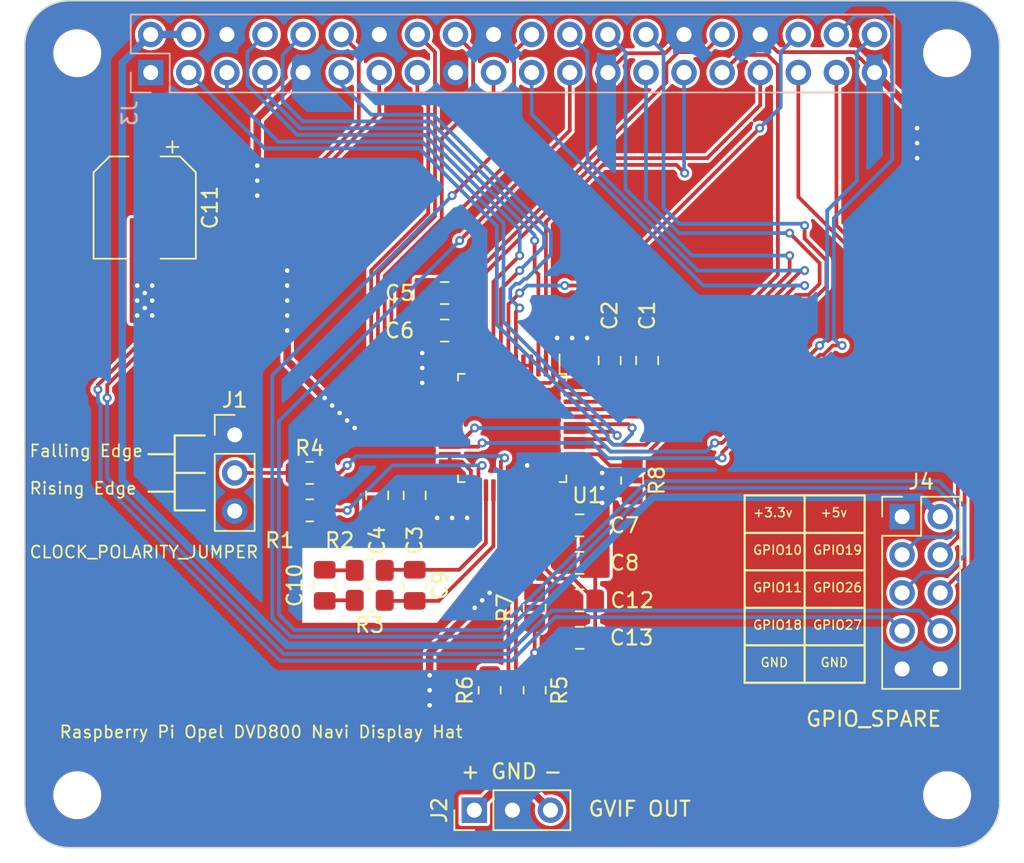
<source format=kicad_pcb>
(kicad_pcb (version 20221018) (generator pcbnew)
  (title_block (title "Raspberry Pi Opel DVD800 Navi Display Hat") (date "2024-08-30") (rev "v1.0") (company "Author: Martin Elderman") (comment 1 "License: GNU GPLv3"))
  (layers (0 "F.Cu" signal) (31 "B.Cu" signal) (34 "B.Paste" user) (35 "F.Paste" user) (36 "B.SilkS" user "B.Silkscreen") (37 "F.SilkS" user "F.Silkscreen") (38 "B.Mask" user) (39 "F.Mask" user) (44 "Edge.Cuts" user))
  (net 0 "")
  (net 1 "/+3.3v")
  (net 2 "GND")
  (net 3 "Net-(U1-LPFA)")
  (net 4 "Net-(U1-LPFB)")
  (net 5 "Net-(C10-Pad1)")
  (net 6 "Net-(C10-Pad2)")
  (net 7 "Net-(J1-Pin_2)")
  (net 8 "Net-(J2-Pin_1)")
  (net 9 "Net-(J2-Pin_3)")
  (net 10 "/+5v")
  (net 11 "/GVIF_VS")
  (net 12 "/GVIF_HS")
  (net 13 "/GVIF_B2")
  (net 14 "/GVIF_G4")
  (net 15 "/GVIF_G5")
  (net 16 "/GVIF_G7")
  (net 17 "/GPIO18")
  (net 18 "/GPIO27")
  (net 19 "/GVIF_R4")
  (net 20 "/GVIF_R5")
  (net 21 "/GVIF_R6")
  (net 22 "/GPIO10")
  (net 23 "/GVIF_B7")
  (net 24 "/GVIF_R7")
  (net 25 "/GPIO11")
  (net 26 "/GVIF_B6")
  (net 27 "/GVIF_B5")
  (net 28 "/GVIF_SC")
  (net 29 "/GVIF_DE")
  (net 30 "/GVIF_B3")
  (net 31 "/GVIF_B4")
  (net 32 "/GVIF_G2")
  (net 33 "/GVIF_G3")
  (net 34 "/GPIO19")
  (net 35 "/GVIF_G6")
  (net 36 "/GPIO26")
  (net 37 "/GVIF_R2")
  (net 38 "/GVIF_R3")
  (net 39 "Net-(U1-CE)")
  (net 40 "Net-(U1-CKPOL)")
  (net 41 "Net-(U1-REXT)")
  (net 42 "Net-(U1-CNTL)")
  (footprint "MountingHole:MountingHole_2.7mm_M2.5" (layer "F.Cu") (at 123.5 73.5)
    (fp_text reference "H1" hide)
    (fp_text value "MountingHole")
  )
  (footprint "Resistor_SMD:R_0805_2012Metric_Pad1.20x1.40mm_HandSolder" (layer "F.Cu") (at 143 110 180)
    (fp_text reference "R3")
    (fp_text value "330R")
  )
  (footprint "Capacitor_SMD:C_0805_2012Metric_Pad1.18x1.45mm_HandSolder" (layer "F.Cu") (at 143.5 103 90)
    (fp_text reference "C4")
    (fp_text value "100n")
  )
  (footprint "Capacitor_SMD:C_0805_2012Metric_Pad1.18x1.45mm_HandSolder" (layer "F.Cu") (at 148 92 180)
    (fp_text reference "C6")
    (fp_text value "100n")
  )
  (footprint "Resistor_SMD:R_0805_2012Metric_Pad1.20x1.40mm_HandSolder" (layer "F.Cu") (at 154 110.5 -90)
    (fp_text reference "R7")
    (fp_text value "330R")
  )
  (footprint "Connector_PinHeader_2.54mm:PinHeader_1x03_P2.54mm_Vertical" (layer "F.Cu") (at 134 98.96)
    (fp_text reference "J1")
    (fp_text value "CLK_POL")
  )
  (footprint "Capacitor_SMD:C_0805_2012Metric_Pad1.18x1.45mm_HandSolder" (layer "F.Cu") (at 157 105 180)
    (fp_text reference "C7")
    (fp_text value "100n")
  )
  (footprint "Resistor_SMD:R_0805_2012Metric_Pad1.20x1.40mm_HandSolder" (layer "F.Cu") (at 151 116 90)
    (fp_text reference "R6")
    (fp_text value "51R")
  )
  (footprint "MountingHole:MountingHole_2.7mm_M2.5" (layer "F.Cu") (at 181.5 123)
    (fp_text reference "H4" hide)
    (fp_text value "MountingHole")
  )
  (footprint "Capacitor_SMD:C_0805_2012Metric_Pad1.18x1.45mm_HandSolder" (layer "F.Cu") (at 146 103 90)
    (fp_text reference "C3")
    (fp_text value "100n")
  )
  (footprint "Capacitor_SMD:C_0805_2012Metric_Pad1.18x1.45mm_HandSolder" (layer "F.Cu") (at 157 107.5 180)
    (fp_text reference "C8")
    (fp_text value "100n")
  )
  (footprint "Package_QFP:LQFP-48_7x7mm_P0.5mm" (layer "F.Cu") (at 152.5 98.5 -90)
    (fp_text reference "U1")
    (fp_text value "CXB1457R")
  )
  (footprint "Capacitor_SMD:C_0805_2012Metric_Pad1.18x1.45mm_HandSolder" (layer "F.Cu") (at 157 112.5)
    (fp_text reference "C13")
    (fp_text value "100n")
  )
  (footprint "MountingHole:MountingHole_2.7mm_M2.5" (layer "F.Cu") (at 123.5 123)
    (fp_text reference "H3" hide)
    (fp_text value "MountingHole")
  )
  (footprint "Capacitor_SMD:C_0805_2012Metric_Pad1.18x1.45mm_HandSolder" (layer "F.Cu") (at 148 89.5 180)
    (fp_text reference "C5")
    (fp_text value "100n")
  )
  (footprint "Capacitor_SMD:C_0805_2012Metric_Pad1.18x1.45mm_HandSolder" (layer "F.Cu") (at 140 109 -90)
    (fp_text reference "C10")
    (fp_text value "640p")
  )
  (footprint "Capacitor_SMD:C_0805_2012Metric_Pad1.18x1.45mm_HandSolder" (layer "F.Cu") (at 161.5 94 90)
    (fp_text reference "C1")
    (fp_text value "100n")
  )
  (footprint "Capacitor_SMD:C_0805_2012Metric_Pad1.18x1.45mm_HandSolder" (layer "F.Cu") (at 157 110)
    (fp_text reference "C12")
    (fp_text value "100n")
  )
  (footprint "Capacitor_SMD:C_0805_2012Metric_Pad1.18x1.45mm_HandSolder" (layer "F.Cu") (at 159 94 90)
    (fp_text reference "C2")
    (fp_text value "100n")
  )
  (footprint "Capacitor_SMD:C_0805_2012Metric_Pad1.18x1.45mm_HandSolder" (layer "F.Cu") (at 146 109 -90)
    (fp_text reference "C9")
    (fp_text value "640p")
  )
  (footprint "MountingHole:MountingHole_2.7mm_M2.5" (layer "F.Cu") (at 181.5 73.5)
    (fp_text reference "H2" hide)
    (fp_text value "MountingHole")
  )
  (footprint "Resistor_SMD:R_0805_2012Metric_Pad1.20x1.40mm_HandSolder" (layer "F.Cu") (at 160.5 102 -90)
    (fp_text reference "R8")
    (fp_text value "330R")
  )
  (footprint "Connector_PinHeader_2.54mm:PinHeader_2x05_P2.54mm_Vertical" (layer "F.Cu") (at 178.5 104.42)
    (fp_text reference "J4")
    (fp_text value "GPIO_SPARE")
  )
  (footprint "Resistor_SMD:R_0805_2012Metric_Pad1.20x1.40mm_HandSolder" (layer "F.Cu") (at 154 116 -90)
    (fp_text reference "R5")
    (fp_text value "51R")
  )
  (footprint "Resistor_SMD:R_0805_2012Metric_Pad1.20x1.40mm_HandSolder" (layer "F.Cu") (at 143 108 180)
    (fp_text reference "R2")
    (fp_text value "330R")
  )
  (footprint "Resistor_SMD:R_0805_2012Metric_Pad1.20x1.40mm_HandSolder" (layer "F.Cu") (at 139 104 180)
    (fp_text reference "R1")
    (fp_text value "330R")
  )
  (footprint "Connector_PinHeader_2.54mm:PinHeader_1x03_P2.54mm_Vertical" (layer "F.Cu") (at 149.975 124 90)
    (fp_text reference "J2")
    (fp_text value "GVIF_OUT")
  )
  (footprint "Capacitor_SMD:CP_Elec_6.3x5.4" (layer "F.Cu") (at 128 83.8 -90)
    (fp_text reference "C11")
    (fp_text value "33u")
  )
  (footprint "Resistor_SMD:R_0805_2012Metric_Pad1.20x1.40mm_HandSolder" (layer "F.Cu") (at 139 101.5)
    (fp_text reference "R4")
    (fp_text value "330R")
  )
  (footprint "Connector_PinSocket_2.54mm:PinSocket_2x20_P2.54mm_Vertical" (layer "B.Cu") (at 128.4 74.79 -90)
    (fp_text reference "J3")
    (fp_text value "RPI_GPIO")
  )
  (gr_line (start 174 113) (end 172 113) (stroke (width 0.15)) (layer "F.SilkS"))
  (gr_line (start 168 103) (end 168 115.5) (stroke (width 0.15)) (layer "F.SilkS"))
  (gr_line (start 130 101.5) (end 132 101.5) (stroke (width 0.15)) (layer "F.SilkS"))
  (gr_line (start 168 115.5) (end 172 115.5) (stroke (width 0.15)) (layer "F.SilkS"))
  (gr_line (start 130 104) (end 132 104) (stroke (width 0.15)) (layer "F.SilkS"))
  (gr_line (start 130 100.25) (end 128.25 100.25) (stroke (width 0.15)) (layer "F.SilkS"))
  (gr_line (start 172 103) (end 168 103) (stroke (width 0.15)) (layer "F.SilkS"))
  (gr_line (start 172 110.5) (end 168 110.5) (stroke (width 0.15)) (layer "F.SilkS"))
  (gr_line (start 174 108) (end 172 108) (stroke (width 0.15)) (layer "F.SilkS"))
  (gr_line (start 172 115.5) (end 174 115.5) (stroke (width 0.15)) (layer "F.SilkS"))
  (gr_line (start 176 113) (end 174 113) (stroke (width 0.15)) (layer "F.SilkS"))
  (gr_line (start 174 103) (end 172 103) (stroke (width 0.15)) (layer "F.SilkS"))
  (gr_line (start 130 102.75) (end 128.25 102.75) (stroke (width 0.15)) (layer "F.SilkS"))
  (gr_line (start 130 99) (end 130 101.5) (stroke (width 0.15)) (layer "F.SilkS"))
  (gr_line (start 174 105.5) (end 172 105.5) (stroke (width 0.15)) (layer "F.SilkS"))
  (gr_line (start 176 105.5) (end 174 105.5) (stroke (width 0.15)) (layer "F.SilkS"))
  (gr_line (start 175.5 110.5) (end 176 110.5) (stroke (width 0.15)) (layer "F.SilkS"))
  (gr_line (start 172 105.5) (end 168 105.5) (stroke (width 0.15)) (layer "F.SilkS"))
  (gr_line (start 176 115.5) (end 174 115.5) (stroke (width 0.15)) (layer "F.SilkS"))
  (gr_line (start 175.5 110.5) (end 174 110.5) (stroke (width 0.15)) (layer "F.SilkS"))
  (gr_line (start 176 103) (end 174 103) (stroke (width 0.15)) (layer "F.SilkS"))
  (gr_line (start 176 108) (end 174 108) (stroke (width 0.15)) (layer "F.SilkS"))
  (gr_line (start 172 113) (end 168 113) (stroke (width 0.15)) (layer "F.SilkS"))
  (gr_line (start 172 108) (end 168 108) (stroke (width 0.15)) (layer "F.SilkS"))
  (gr_line (start 172 103) (end 172 115.5) (stroke (width 0.15)) (layer "F.SilkS"))
  (gr_line (start 174 110.5) (end 172 110.5) (stroke (width 0.15)) (layer "F.SilkS"))
  (gr_line (start 132 99) (end 130 99) (stroke (width 0.15)) (layer "F.SilkS"))
  (gr_line (start 176 103) (end 176 115.5) (stroke (width 0.15)) (layer "F.SilkS"))
  (gr_line (start 130 101.5) (end 130 104) (stroke (width 0.15)) (layer "F.SilkS"))
  (gr_arc (start 185 123.5) (mid 184.12132 125.62132) (end 182 126.5) (stroke (width 0.1)) (layer "Edge.Cuts"))
  (gr_arc (start 182 70) (mid 184.12132 70.87868) (end 185 73) (stroke (width 0.1)) (layer "Edge.Cuts"))
  (gr_line (start 120 123.5) (end 120 73) (stroke (width 0.1)) (layer "Edge.Cuts"))
  (gr_line (start 123 126.5) (end 182 126.5) (stroke (width 0.1)) (layer "Edge.Cuts"))
  (gr_arc (start 120 73) (mid 120.87868 70.87868) (end 123 70) (stroke (width 0.1)) (layer "Edge.Cuts"))
  (gr_line (start 123 70) (end 182 70) (stroke (width 0.1)) (layer "Edge.Cuts"))
  (gr_arc (start 123 126.5) (mid 120.87868 125.62132) (end 120 123.5) (stroke (width 0.1)) (layer "Edge.Cuts"))
  (gr_line (start 185 73) (end 185 123.5) (stroke (width 0.1)) (layer "Edge.Cuts"))
  (gr_text "GND" (at 173 114.5) (layer "F.SilkS") (effects (font (size 0.6 0.6) (thickness 0.1) bold) (justify left bottom)))
  (gr_text "GPIO27" (at 172.5 112) (layer "F.SilkS") (effects (font (size 0.6 0.6) (thickness 0.1) bold) (justify left bottom)))
  (gr_text "+3.3v" (at 168.5 104.5) (layer "F.SilkS") (effects (font (size 0.6 0.6) (thickness 0.1) bold) (justify left bottom)))
  (gr_text "CLOCK_POLARITY_JUMPER" (at 120.25 107.25) (layer "F.SilkS") (effects (font (size 0.8 0.8) (thickness 0.12)) (justify left bottom)))
  (gr_text "GND" (at 151 122) (layer "F.SilkS") (effects (font (size 1 1)) (justify left bottom)))
  (gr_text "GND" (at 169 114.5) (layer "F.SilkS") (effects (font (size 0.6 0.6) (thickness 0.1) bold) (justify left bottom)))
  (gr_text "GPIO11" (at 168.5 109.5) (layer "F.SilkS") (effects (font (size 0.6 0.6) (thickness 0.1) bold) (justify left bottom)))
  (gr_text "Falling Edge" (at 120.25 100.5) (layer "F.SilkS") (effects (font (size 0.8 0.8) (thickness 0.12)) (justify left bottom)))
  (gr_text "GPIO19" (at 172.5 107) (layer "F.SilkS") (effects (font (size 0.6 0.6) (thickness 0.1) bold) (justify left bottom)))
  (gr_text "+5v" (at 173 104.5) (layer "F.SilkS") (effects (font (size 0.6 0.6) (thickness 0.1) bold) (justify left bottom)))
  (gr_text "-" (at 154.5 122) (layer "F.SilkS") (effects (font (size 1 1)) (justify left bottom)))
  (gr_text "GVIF OUT" (at 161 124.5) (layer "F.SilkS") (effects (font (size 1 1)) (justify bottom)))
  (gr_text "GPIO18" (at 168.5 112) (layer "F.SilkS") (effects (font (size 0.6 0.6) (thickness 0.1) bold) (justify left bottom)))
  (gr_text "GPIO26" (at 172.5 109.5) (layer "F.SilkS") (effects (font (size 0.6 0.6) (thickness 0.1) bold) (justify left bottom)))
  (gr_text "Raspberry Pi Opel DVD800 Navi Display Hat" (at 122.25 119.25) (layer "F.SilkS") (effects (font (size 0.8 0.8) (thickness 0.12)) (justify left bottom)))
  (gr_text "Rising Edge" (at 120.25 103) (layer "F.SilkS") (effects (font (size 0.8 0.8) (thickness 0.12)) (justify left bottom)))
  (gr_text "GPIO10" (at 168.5 107) (layer "F.SilkS") (effects (font (size 0.6 0.6) (thickness 0.1) bold) (justify left bottom)))
  (gr_text "+" (at 149 122) (layer "F.SilkS") (effects (font (size 1 1)) (justify left bottom)))
  (gr_text "GPIO_SPARE" (at 172 118.5) (layer "F.SilkS") (effects (font (size 1 1)) (justify left bottom)))
  (segment (start 158.88 74.79) (end 160.17 73.5) (width 0.25) (layer "F.Cu") (net 2))
  (segment (start 155.25 94.3375) (end 155.25 95.25) (width 0.25) (layer "F.Cu") (net 2))
  (segment (start 141 97.5) (end 141.5 98) (width 0.5) (layer "F.Cu") (net 2))
  (segment (start 137.5 89) (end 137.5 90) (width 0.5) (layer "F.Cu") (net 2))
  (segment (start 137.5 92) (end 137.5 94) (width 0.5) (layer "F.Cu") (net 2))
  (segment (start 175.295 73.425) (end 170.215 73.425) (width 0.25) (layer "F.Cu") (net 2))
  (segment (start 154.75 107.9201) (end 155.3799 108.55) (width 0.25) (layer "F.Cu") (net 2))
  (segment (start 135.5 77.85) (end 135.5 81) (width 0.5) (layer "F.Cu") (net 2))
  (segment (start 140 96.5) (end 140.5 97) (width 0.5) (layer "F.Cu") (net 2))
  (segment (start 155 95.5) (end 154.107236 95.5) (width 0.25) (layer "F.Cu") (net 2))
  (segment (start 154 111.5) (end 154 113.5) (width 0.25) (layer "F.Cu") (net 2))
  (segment (start 137.5 94) (end 140 96.5) (width 0.5) (layer "F.Cu") (net 2))
  (segment (start 155.3799 108.55) (end 156.5875 108.55) (width 0.25) (layer "F.Cu") (net 2))
  (segment (start 137.5 90) (end 137.5 91) (width 0.5) (layer "F.Cu") (net 2))
  (segment (start 150 110.5) (end 147 113.5) (width 0.5) (layer "F.Cu") (net 2))
  (segment (start 147 116) (end 147 117) (width 0.5) (layer "F.Cu") (net 2))
  (segment (start 156.5875 108.55) (end 158.0375 110) (width 0.25) (layer "F.Cu") (net 2))
  (segment (start 179.5 79.5) (end 179.5 80) (width 0.5) (layer "F.Cu") (net 2))
  (segment (start 140.5 97) (end 141 97.5) (width 0.5) (layer "F.Cu") (net 2))
  (segment (start 135.5 82) (end 135.5 83) (width 0.5) (layer "F.Cu") (net 2))
  (segment (start 147 113.5) (end 147 115) (width 0.5) (layer "F.Cu") (net 2))
  (segment (start 175.295 73.425) (end 176.66 74.79) (width 0.25) (layer "F.Cu") (net 2))
  (segment (start 148.3375 100.75) (end 149.142764 100.75) (width 0.25) (layer "F.Cu") (net 2))
  (segment (start 148.3375 95.75) (end 148.3375 96.75) (width 0.25) (layer "F.Cu") (net 2))
  (segment (start 148.3375 100.25) (end 148.3375 100.75) (width 0.25) (layer "F.Cu") (net 2))
  (segment (start 141.5 98) (end 142 98.5) (width 0.5) (layer "F.Cu") (net 2))
  (segment (start 176.66 74.79) (end 179.5 77.63) (width 0.5) (layer "F.Cu") (net 2))
  (segment (start 160.17 73.5) (end 162.71 73.5) (width 0.25) (layer "F.Cu") (net 2))
  (segment (start 151 109.5) (end 150.5 110) (width 0.5) (layer "F.Cu") (net 2))
  (segment (start 153.75 95.142764) (end 153.75 94.3375) (width 0.25) (layer "F.Cu") (net 2))
  (segment (start 135.5 81) (end 135.5 82) (width 0.5) (layer "F.Cu") (net 2))
  (segment (start 149.142764 100.75) (end 149.75 101.357236) (width 0.25) (layer "F.Cu") (net 2))
  (segment (start 138.56 74.79) (end 135.5 77.85) (width 0.5) (layer "F.Cu") (net 2))
  (segment (start 179.5 80) (end 179.5 80.5) (width 0.5) (layer "F.Cu") (net 2))
  (segment (start 149.75 101.357236) (end 149.75 102.6625) (width 0.25) (layer "F.Cu") (net 2))
  (segment (start 154.107236 95.5) (end 153.75 95.142764) (width 0.25) (layer "F.Cu") (net 2))
  (segment (start 153.25 101.25) (end 153.5 101) (width 0.25) (layer "F.Cu") (net 2))
  (segment (start 153.75 94.3375) (end 153.25 94.3375) (width 0.25) (layer "F.Cu") (net 2))
  (segment (start 158.0375 110) (end 158.0375 112.5) (width 0.25) (layer "F.Cu") (net 2))
  (segment (start 137.5 91) (end 137.5 92) (width 0.5) (layer "F.Cu") (net 2))
  (segment (start 154.75 102.6625) (end 154.75 107.9201) (width 0.25) (layer "F.Cu") (net 2))
  (segment (start 153.25 102.6625) (end 153.25 101.25) (width 0.25) (layer "F.Cu") (net 2))
  (segment (start 158.0375 110) (end 158.0375 107.5) (width 0.25) (layer "F.Cu") (net 2))
  (segment (start 159 103) (end 158.5 102.5) (width 0.25) (layer "F.Cu") (net 2))
  (segment (start 147 115) (end 147 116) (width 0.5) (layer "F.Cu") (net 2))
  (segment (start 137.5 88) (end 137.5 89) (width 0.5) (layer "F.Cu") (net 2))
  (segment (start 162.71 73.5) (end 163.96 72.25) (width 0.25) (layer "F.Cu") (net 2))
  (segment (start 170.215 73.425) (end 169.04 72.25) (width 0.25) (layer "F.Cu") (net 2))
  (segment (start 160.5 103) (end 159 103) (width 0.25) (layer "F.Cu") (net 2))
  (segment (start 155.25 95.25) (end 155 95.5) (width 0.25) (layer "F.Cu") (net 2))
  (segment (start 150.5 110) (end 150 110.5) (width 0.5) (layer "F.Cu") (net 2))
  (segment (start 179.5 77.63) (end 179.5 78.5) (width 0.5) (layer "F.Cu") (net 2))
  (segment (start 179.5 78.5) (end 179.5 79.5) (width 0.5) (layer "F.Cu") (net 2))
  (via (at 150 110.5) (size 0.6) (drill 0.3) (layers "F.Cu" "B.Cu") (net 2))
  (via (at 137.5 91) (size 0.6) (drill 0.3) (layers "F.Cu" "B.Cu") (net 2))
  (via (at 137.5 88) (size 0.6) (drill 0.3) (layers "F.Cu" "B.Cu") (net 2))
  (via (at 128.5 89) (size 0.6) (drill 0.3) (layers "F.Cu" "B.Cu") (net 2))
  (via (at 135.5 82) (size 0.6) (drill 0.3) (layers "F.Cu" "B.Cu") (net 2))
  (via (at 135.5 83) (size 0.6) (drill 0.3) (layers "F.Cu" "B.Cu") (net 2))
  (via (at 128 90.5) (size 0.6) (drill 0.3) (layers "F.Cu" "B.Cu") (net 2))
  (via (at 147 117) (size 0.6) (drill 0.3) (layers "F.Cu" "B.Cu") (net 2))
  (via (at 147.5 104.5) (size 0.6) (drill 0.3) (layers "F.Cu" "B.Cu") (net 2))
  (via (at 179.5 80.5) (size 0.6) (drill 0.3) (layers "F.Cu" "B.Cu") (net 2))
  (via (at 141.5 98) (size 0.6) (drill 0.3) (layers "F.Cu" "B.Cu") (net 2))
  (via (at 128.5 91) (size 0.6) (drill 0.3) (layers "F.Cu" "B.Cu") (net 2))
  (via (at 147 116) (size 0.6) (drill 0.3) (layers "F.Cu" "B.Cu") (net 2))
  (via (at 137.5 92) (size 0.6) (drill 0.3) (layers "F.Cu" "B.Cu") (net 2))
  (via (at 151 109.5) (size 0.6) (drill 0.3) (layers "F.Cu" "B.Cu") (net 2))
  (via (at 141 97.5) (size 0.6) (drill 0.3) (layers "F.Cu" "B.Cu") (net 2))
  (via (at 158.5 103.5) (size 0.6) (drill 0.3) (layers "F.Cu" "B.Cu") (net 2))
  (via (at 137.5 89) (size 0.6) (drill 0.3) (layers "F.Cu" "B.Cu") (net 2))
  (via (at 140 96.5) (size 0.6) (drill 0.3) (layers "F.Cu" "B.Cu") (net 2))
  (via (at 179.5 78.5) (size 0.6) (drill 0.3) (layers "F.Cu" "B.Cu") (net 2))
  (via (at 137.5 90) (size 0.6) (drill 0.3) (layers "F.Cu" "B.Cu") (net 2))
  (via (at 146.5 95.5) (size 0.6) (drill 0.3) (layers "F.Cu" "B.Cu") (net 2))
  (via (at 128.5 90) (size 0.6) (drill 0.3) (layers "F.Cu" "B.Cu") (net 2))
  (via (at 156.5 92.5) (size 0.6) (drill 0.3) (layers "F.Cu" "B.Cu") (net 2))
  (via (at 149.5 104.5) (size 0.6) (drill 0.3) (layers "F.Cu" "B.Cu") (net 2))
  (via (at 127.5 91) (size 0.6) (drill 0.3) (layers "F.Cu" "B.Cu") (net 2))
  (via (at 150.5 110) (size 0.6) (drill 0.3) (layers "F.Cu" "B.Cu") (net 2))
  (via (at 158.5 101.5) (size 0.6) (drill 0.3) (layers "F.Cu" "B.Cu") (net 2))
  (via (at 146.5 94.5) (size 0.6) (drill 0.3) (layers "F.Cu" "B.Cu") (net 2))
  (via (at 155.5 92.5) (size 0.6) (drill 0.3) (layers "F.Cu" "B.Cu") (net 2))
  (via (at 158.5 102.5) (size 0.6) (drill 0.3) (layers "F.Cu" "B.Cu") (net 2))
  (via (at 135.5 81) (size 0.6) (drill 0.3) (layers "F.Cu" "B.Cu") (net 2))
  (via (at 147 115) (size 0.6) (drill 0.3) (layers "F.Cu" "B.Cu") (net 2))
  (via (at 142 98.5) (size 0.6) (drill 0.3) (layers "F.Cu" "B.Cu") (net 2))
  (via (at 157.5 92.5) (size 0.6) (drill 0.3) (layers "F.Cu" "B.Cu") (net 2))
  (via (at 153.5 101) (size 0.6) (drill 0.3) (layers "F.Cu" "B.Cu") (net 2))
  (via (at 179.5 79.5) (size 0.6) (drill 0.3) (layers "F.Cu" "B.Cu") (net 2))
  (via (at 140.5 97) (size 0.6) (drill 0.3) (layers "F.Cu" "B.Cu") (net 2))
  (via (at 127.5 89) (size 0.6) (drill 0.3) (layers "F.Cu" "B.Cu") (net 2))
  (via (at 127.5 90) (size 0.6) (drill 0.3) (layers "F.Cu" "B.Cu") (net 2))
  (via (at 128 89.5) (size 0.6) (drill 0.3) (layers "F.Cu" "B.Cu") (net 2))
  (via (at 146.5 93.5) (size 0.6) (drill 0.3) (layers "F.Cu" "B.Cu") (net 2))
  (via (at 154 113.5) (size 0.6) (drill 0.3) (layers "F.Cu" "B.Cu") (net 2))
  (via (at 148.5 104.5) (size 0.6) (drill 0.3) (layers "F.Cu" "B.Cu") (net 2))
  (segment (start 139.925 73.425) (end 138.56 74.79) (width 0.25) (layer "B.Cu") (net 2))
  (segment (start 139.925 73.425) (end 142.465 73.425) (width 0.25) (layer "B.Cu") (net 2))
  (segment (start 142.465 73.425) (end 143.64 72.25) (width 0.25) (layer "B.Cu") (net 2))
  (segment (start 148.9625 107.9625) (end 146 107.9625) (width 0.25) (layer "F.Cu") (net 3))
  (segment (start 150.75 102.6625) (end 150.75 106.175) (width 0.25) (layer "F.Cu") (net 3))
  (segment (start 150.75 106.175) (end 148.9625 107.9625) (width 0.25) (layer "F.Cu") (net 3))
  (segment (start 146 107.9625) (end 144.0375 107.9625) (width 0.25) (layer "F.Cu") (net 3))
  (segment (start 144.0375 107.9625) (end 144 108) (width 0.25) (layer "F.Cu") (net 3))
  (segment (start 151.25 102.6625) (end 151.25 106.386396) (width 0.25) (layer "F.Cu") (net 4))
  (segment (start 144.0375 110.0375) (end 144 110) (width 0.25) (layer "F.Cu") (net 4))
  (segment (start 146 110.0375) (end 144.0375 110.0375) (width 0.25) (layer "F.Cu") (net 4))
  (segment (start 151.25 106.386396) (end 147.598896 110.0375) (width 0.25) (layer "F.Cu") (net 4))
  (segment (start 147.598896 110.0375) (end 146 110.0375) (width 0.25) (layer "F.Cu") (net 4))
  (segment (start 140.0375 108) (end 140 107.9625) (width 0.25) (layer "F.Cu") (net 5))
  (segment (start 142 108) (end 140.0375 108) (width 0.25) (layer "F.Cu") (net 5))
  (segment (start 140.0375 110) (end 140 110.0375) (width 0.25) (layer "F.Cu") (net 6))
  (segment (start 142 110) (end 140.0375 110) (width 0.25) (layer "F.Cu") (net 6))
  (segment (start 138 101.5) (end 134 101.5) (width 0.25) (layer "F.Cu") (net 7))
  (segment (start 151 115) (end 151.5 115.5) (width 0.5) (layer "F.Cu") (net 8))
  (segment (start 152.25 102.6625) (end 152.25 114.75) (width 0.25) (layer "F.Cu") (net 8))
  (segment (start 152.15 121.825) (end 149.975 124) (width 0.5) (layer "F.Cu") (net 8))
  (segment (start 151.5 115.5) (end 152.15 116.15) (width 0.5) (layer "F.Cu") (net 8))
  (segment (start 152.15 116.15) (end 152.15 121.825) (width 0.5) (layer "F.Cu") (net 8))
  (segment (start 152.25 114.75) (end 151.5 115.5) (width 0.25) (layer "F.Cu") (net 8))
  (segment (start 152.85 116.15) (end 152.85 121.795) (width 0.5) (layer "F.Cu") (net 9))
  (segment (start 152.85 121.795) (end 155.055 124) (width 0.5) (layer "F.Cu") (net 9))
  (segment (start 154 115) (end 153.5 115.5) (width 0.5) (layer "F.Cu") (net 9))
  (segment (start 152.75 114.75) (end 153.5 115.5) (width 0.25) (layer "F.Cu") (net 9))
  (segment (start 153.5 115.5) (end 152.85 116.15) (width 0.5) (layer "F.Cu") (net 9))
  (segment (start 152.75 102.6625) (end 152.75 114.75) (width 0.25) (layer "F.Cu") (net 9))
  (segment (start 126.5 74.15) (end 128.4 72.25) (width 0.5) (layer "B.Cu") (net 10))
  (segment (start 137.5 113) (end 126.5 102) (width 0.5) (layer "B.Cu") (net 10))
  (segment (start 161.88 103.12) (end 152 113) (width 0.5) (layer "B.Cu") (net 10))
  (segment (start 126.5 102) (end 126.5 74.15) (width 0.5) (layer "B.Cu") (net 10))
  (segment (start 181.04 104.42) (end 179.74 103.12) (width 0.5) (layer "B.Cu") (net 10))
  (segment (start 128.4 72.25) (end 130.94 72.25) (width 0.5) (layer "B.Cu") (net 10))
  (segment (start 179.74 103.12) (end 161.88 103.12) (width 0.5) (layer "B.Cu") (net 10))
  (segment (start 152 113) (end 137.5 113) (width 0.5) (layer "B.Cu") (net 10))
  (segment (start 160.25 98.25) (end 160.5 98.5) (width 0.25) (layer "F.Cu") (net 11))
  (segment (start 156.6625 98.25) (end 160.25 98.25) (width 0.25) (layer "F.Cu") (net 11))
  (via (at 160.5 98.5) (size 0.6) (drill 0.3) (layers "F.Cu" "B.Cu") (net 11))
  (segment (start 159.241116 99.625) (end 158.875 99.258884) (width 0.25) (layer "B.Cu") (net 11))
  (segment (start 151.475 85.020584) (end 146.304416 79.85) (width 0.25) (layer "B.Cu") (net 11))
  (segment (start 158.875 99.258884) (end 158.875 99.011396) (width 0.25) (layer "B.Cu") (net 11))
  (segment (start 146.304416 79.85) (end 136 79.85) (width 0.25) (layer "B.Cu") (net 11))
  (segment (start 151.475 91.611396) (end 151.475 85.020584) (width 0.25) (layer "B.Cu") (net 11))
  (segment (start 158.875 99.011396) (end 151.475 91.611396) (width 0.25) (layer "B.Cu") (net 11))
  (segment (start 136 79.85) (end 130.94 74.79) (width 0.25) (layer "B.Cu") (net 11))
  (segment (start 160.5 98.5) (end 160.5 98.883884) (width 0.25) (layer "B.Cu") (net 11))
  (segment (start 159.758884 99.625) (end 159.241116 99.625) (width 0.25) (layer "B.Cu") (net 11))
  (segment (start 160.5 98.883884) (end 159.758884 99.625) (width 0.25) (layer "B.Cu") (net 11))
  (segment (start 159.5 99) (end 159.25 98.75) (width 0.25) (layer "F.Cu") (net 12))
  (segment (start 159.25 98.75) (end 156.6625 98.75) (width 0.25) (layer "F.Cu") (net 12))
  (via (at 159.5 99) (size 0.6) (drill 0.3) (layers "F.Cu" "B.Cu") (net 12))
  (segment (start 151.925 91.425) (end 151.925 84.834188) (width 0.25) (layer "B.Cu") (net 12))
  (segment (start 133.48 75.992081) (end 133.48 74.79) (width 0.25) (layer "B.Cu") (net 12))
  (segment (start 146.490812 79.4) (end 136.887919 79.4) (width 0.25) (layer "B.Cu") (net 12))
  (segment (start 159.5 99) (end 151.925 91.425) (width 0.25) (layer "B.Cu") (net 12))
  (segment (start 151.925 84.834188) (end 146.490812 79.4) (width 0.25) (layer "B.Cu") (net 12))
  (segment (start 136.887919 79.4) (end 133.48 75.992081) (width 0.25) (layer "B.Cu") (net 12))
  (segment (start 154.25 88.25) (end 154 88) (width 0.25) (layer "F.Cu") (net 13))
  (segment (start 154.25 94.3375) (end 154.25 88.25) (width 0.25) (layer "F.Cu") (net 13))
  (segment (start 154 88) (end 154 86) (width 0.25) (layer "F.Cu") (net 13))
  (via (at 154 86) (size 0.6) (drill 0.3) (layers "F.Cu" "B.Cu") (net 13))
  (segment (start 136.02 76.156396) (end 136.02 74.79) (width 0.25) (layer "B.Cu") (net 13))
  (segment (start 146.863604 78.5) (end 138.363604 78.5) (width 0.25) (layer "B.Cu") (net 13))
  (segment (start 138.363604 78.5) (end 136.02 76.156396) (width 0.25) (layer "B.Cu") (net 13))
  (segment (start 154 85.636396) (end 146.863604 78.5) (width 0.25) (layer "B.Cu") (net 13))
  (segment (start 154 86) (end 154 85.636396) (width 0.25) (layer "B.Cu") (net 13))
  (segment (start 151.25 88.75) (end 153 87) (width 0.25) (layer "F.Cu") (net 14))
  (segment (start 151.25 94.3375) (end 151.25 88.75) (width 0.25) (layer "F.Cu") (net 14))
  (via (at 153 87) (size 0.6) (drill 0.3) (layers "F.Cu" "B.Cu") (net 14))
  (segment (start 134.845 73.425) (end 136.02 72.25) (width 0.25) (layer "B.Cu") (net 14))
  (segment (start 146.677208 78.95) (end 138.177208 78.95) (width 0.25) (layer "B.Cu") (net 14))
  (segment (start 153 85.272792) (end 146.677208 78.95) (width 0.25) (layer "B.Cu") (net 14))
  (segment (start 134.845 75.617792) (end 134.845 73.425) (width 0.25) (layer "B.Cu") (net 14))
  (segment (start 153 87) (end 153 85.272792) (width 0.25) (layer "B.Cu") (net 14))
  (segment (start 138.177208 78.95) (end 134.845 75.617792) (width 0.25) (layer "B.Cu") (net 14))
  (segment (start 151.75 94.3375) (end 151.75 89.25) (width 0.25) (layer "F.Cu") (net 15))
  (segment (start 151.75 89.25) (end 153 88) (width 0.25) (layer "F.Cu") (net 15))
  (via (at 153 88) (size 0.6) (drill 0.3) (layers "F.Cu" "B.Cu") (net 15))
  (segment (start 153 88) (end 154.625 86.375) (width 0.25) (layer "B.Cu") (net 15))
  (segment (start 137.195 76.695) (end 137.195 73.615) (width 0.25) (layer "B.Cu") (net 15))
  (segment (start 138.55 78.05) (end 137.195 76.695) (width 0.25) (layer "B.Cu") (net 15))
  (segment (start 137.195 73.615) (end 138.56 72.25) (width 0.25) (layer "B.Cu") (net 15))
  (segment (start 154.625 85.625) (end 147.05 78.05) (width 0.25) (layer "B.Cu") (net 15))
  (segment (start 154.625 86.375) (end 154.625 85.625) (width 0.25) (layer "B.Cu") (net 15))
  (segment (start 147.05 78.05) (end 138.55 78.05) (width 0.25) (layer "B.Cu") (net 15))
  (segment (start 152.75 90.75) (end 152.75 94.3375) (width 0.25) (layer "F.Cu") (net 16))
  (segment (start 153 90.5) (end 152.75 90.75) (width 0.25) (layer "F.Cu") (net 16))
  (via (at 153 90.5) (size 0.6) (drill 0.3) (layers "F.Cu" "B.Cu") (net 16))
  (segment (start 152.375 89.241116) (end 152.741116 88.875) (width 0.25) (layer "B.Cu") (net 16))
  (segment (start 153.313604 88.55) (end 153.45 88.55) (width 0.25) (layer "B.Cu") (net 16))
  (segment (start 153.45 88.55) (end 155.075 86.925) (width 0.25) (layer "B.Cu") (net 16))
  (segment (start 152.741116 88.875) (end 152.988604 88.875) (width 0.25) (layer "B.Cu") (net 16))
  (segment (start 147.236396 77.6) (end 143.1 77.6) (width 0.25) (layer "B.Cu") (net 16))
  (segment (start 153 90.5) (end 152.375 89.875) (width 0.25) (layer "B.Cu") (net 16))
  (segment (start 141.1 75.6) (end 141.1 74.79) (width 0.25) (layer "B.Cu") (net 16))
  (segment (start 152.988604 88.875) (end 153.313604 88.55) (width 0.25) (layer "B.Cu") (net 16))
  (segment (start 152.375 89.875) (end 152.375 89.241116) (width 0.25) (layer "B.Cu") (net 16))
  (segment (start 155.075 86.925) (end 155.075 85.438604) (width 0.25) (layer "B.Cu") (net 16))
  (segment (start 143.1 77.6) (end 141.1 75.6) (width 0.25) (layer "B.Cu") (net 16))
  (segment (start 155.075 85.438604) (end 147.236396 77.6) (width 0.25) (layer "B.Cu") (net 16))
  (segment (start 124.875 95.934313) (end 124.875 95.625) (width 0.25) (layer "F.Cu") (net 17))
  (segment (start 142.275 73.425) (end 141.1 72.25) (width 0.25) (layer "F.Cu") (net 17))
  (segment (start 124.875 95.625) (end 142.275 78.225) (width 0.25) (layer "F.Cu") (net 17))
  (segment (start 142.275 78.225) (end 142.275 73.425) (width 0.25) (layer "F.Cu") (net 17))
  (via (at 124.875 95.934313) (size 0.6) (drill 0.3) (layers "F.Cu" "B.Cu") (net 17))
  (segment (start 152.475 114.025) (end 155.375 111.125) (width 0.25) (layer "B.Cu") (net 17))
  (segment (start 155.375 111.125) (end 177.585 111.125) (width 0.25) (layer "B.Cu") (net 17))
  (segment (start 137.025 114.025) (end 152.475 114.025) (width 0.25) (layer "B.Cu") (net 17))
  (segment (start 124.875 95.934313) (end 124.875 96.758884) (width 0.25) (layer "B.Cu") (net 17))
  (segment (start 125.05 102.05) (end 137.025 114.025) (width 0.25) (layer "B.Cu") (net 17))
  (segment (start 177.585 111.125) (end 178.5 112.04) (width 0.25) (layer "B.Cu") (net 17))
  (segment (start 124.875 96.758884) (end 125.05 96.933884) (width 0.25) (layer "B.Cu") (net 17))
  (segment (start 125.05 96.933884) (end 125.05 102.05) (width 0.25) (layer "B.Cu") (net 17))
  (segment (start 143.64 74.79) (end 143.64 77.496396) (width 0.25) (layer "F.Cu") (net 18))
  (segment (start 143.64 77.496396) (end 125.5 95.636396) (width 0.25) (layer "F.Cu") (net 18))
  (segment (start 125.5 95.636396) (end 125.5 96.5) (width 0.25) (layer "F.Cu") (net 18))
  (via (at 125.5 96.5) (size 0.6) (drill 0.3) (layers "F.Cu" "B.Cu") (net 18))
  (segment (start 125.5 101.813172) (end 137.261828 113.575) (width 0.25) (layer "B.Cu") (net 18))
  (segment (start 155.138172 110.675) (end 179.675 110.675) (width 0.25) (layer "B.Cu") (net 18))
  (segment (start 137.261828 113.575) (end 152.238173 113.575) (width 0.25) (layer "B.Cu") (net 18))
  (segment (start 125.5 96.5) (end 125.5 101.813172) (width 0.25) (layer "B.Cu") (net 18))
  (segment (start 152.238173 113.575) (end 155.138172 110.675) (width 0.25) (layer "B.Cu") (net 18))
  (segment (start 179.675 110.675) (end 181.04 112.04) (width 0.25) (layer "B.Cu") (net 18))
  (segment (start 143.1 87.990812) (end 146.905 84.185812) (width 0.25) (layer "F.Cu") (net 19))
  (segment (start 148.3375 98.75) (end 145.840812 98.75) (width 0.25) (layer "F.Cu") (net 19))
  (segment (start 146.18 76.275) (end 146.18 74.79) (width 0.25) (layer "F.Cu") (net 19))
  (segment (start 143.1 96.009188) (end 143.1 87.990812) (width 0.25) (layer "F.Cu") (net 19))
  (segment (start 146.905 77) (end 146.18 76.275) (width 0.25) (layer "F.Cu") (net 19))
  (segment (start 145.840812 98.75) (end 143.1 96.009188) (width 0.25) (layer "F.Cu") (net 19))
  (segment (start 146.905 84.185812) (end 146.905 77) (width 0.25) (layer "F.Cu") (net 19))
  (segment (start 145.977208 98.25) (end 143.55 95.822792) (width 0.25) (layer "F.Cu") (net 20))
  (segment (start 143.55 95.822792) (end 143.55 88.177208) (width 0.25) (layer "F.Cu") (net 20))
  (segment (start 143.55 88.177208) (end 147.355 84.372208) (width 0.25) (layer "F.Cu") (net 20))
  (segment (start 148.3375 98.25) (end 145.977208 98.25) (width 0.25) (layer "F.Cu") (net 20))
  (segment (start 147.355 84.372208) (end 147.355 73.425) (width 0.25) (layer "F.Cu") (net 20))
  (segment (start 147.355 73.425) (end 146.18 72.25) (width 0.25) (layer "F.Cu") (net 20))
  (segment (start 144 88.363604) (end 147.805 84.558604) (width 0.25) (layer "F.Cu") (net 21))
  (segment (start 148.3375 97.75) (end 146.113604 97.75) (width 0.25) (layer "F.Cu") (net 21))
  (segment (start 147.805 79.195) (end 149.895 77.105) (width 0.25) (layer "F.Cu") (net 21))
  (segment (start 149.895 77.105) (end 149.895 73.425) (width 0.25) (layer "F.Cu") (net 21))
  (segment (start 147.805 84.558604) (end 147.805 79.195) (width 0.25) (layer "F.Cu") (net 21))
  (segment (start 149.895 73.425) (end 148.72 72.25) (width 0.25) (layer "F.Cu") (net 21))
  (segment (start 146.113604 97.75) (end 144 95.636396) (width 0.25) (layer "F.Cu") (net 21))
  (segment (start 144 95.636396) (end 144 88.363604) (width 0.25) (layer "F.Cu") (net 21))
  (segment (start 151.26 80.24) (end 148.5 83) (width 0.25) (layer "F.Cu") (net 22))
  (segment (start 151.26 74.79) (end 151.26 80.24) (width 0.25) (layer "F.Cu") (net 22))
  (via (at 148.5 83) (size 0.6) (drill 0.3) (layers "F.Cu" "B.Cu") (net 22))
  (segment (start 161.686828 102.5) (end 180.781701 102.5) (width 0.25) (layer "B.Cu") (net 22))
  (segment (start 181.715001 105.785) (end 179.675 105.785) (width 0.25) (layer "B.Cu") (net 22))
  (segment (start 151.761828 112.425) (end 161.686828 102.5) (width 0.25) (layer "B.Cu") (net 22))
  (segment (start 179.675 105.785) (end 178.5 106.96) (width 0.25) (layer "B.Cu") (net 22))
  (segment (start 136.5 95) (end 136.5 111.186828) (width 0.25) (layer "B.Cu") (net 22))
  (segment (start 136.5 111.186828) (end 137.738172 112.425) (width 0.25) (layer "B.Cu") (net 22))
  (segment (start 137.738172 112.425) (end 151.761828 112.425) (width 0.25) (layer "B.Cu") (net 22))
  (segment (start 148.5 83) (end 136.5 95) (width 0.25) (layer "B.Cu") (net 22))
  (segment (start 182.215 105.285001) (end 181.715001 105.785) (width 0.25) (layer "B.Cu") (net 22))
  (segment (start 180.781701 102.5) (end 182.215 103.933299) (width 0.25) (layer "B.Cu") (net 22))
  (segment (start 182.215 103.933299) (end 182.215 105.285001) (width 0.25) (layer "B.Cu") (net 22))
  (segment (start 156.6625 97.75) (end 162.659188 97.75) (width 0.25) (layer "F.Cu") (net 23))
  (segment (start 162.659188 97.75) (end 171.409188 89) (width 0.25) (layer "F.Cu") (net 23))
  (segment (start 171.409188 89) (end 172 89) (width 0.25) (layer "F.Cu") (net 23))
  (via (at 172 89) (size 0.6) (drill 0.3) (layers "F.Cu" "B.Cu") (net 23))
  (segment (start 172 89) (end 165.227208 89) (width 0.25) (layer "B.Cu") (net 23))
  (segment (start 165.227208 89) (end 153.8 77.572792) (width 0.25) (layer "B.Cu") (net 23))
  (segment (start 153.8 77.572792) (end 153.8 74.79) (width 0.25) (layer "B.Cu") (net 23))
  (segment (start 146.25 97.25) (end 144.45 95.45) (width 0.25) (layer "F.Cu") (net 24))
  (segment (start 144.45 88.55) (end 152.625 80.375) (width 0.25) (layer "F.Cu") (net 24))
  (segment (start 152.625 80.375) (end 152.625 73.425) (width 0.25) (layer "F.Cu") (net 24))
  (segment (start 148.3375 97.25) (end 146.25 97.25) (width 0.25) (layer "F.Cu") (net 24))
  (segment (start 152.625 73.425) (end 153.8 72.25) (width 0.25) (layer "F.Cu") (net 24))
  (segment (start 144.45 95.45) (end 144.45 88.55) (width 0.25) (layer "F.Cu") (net 24))
  (segment (start 156.34 78.66) (end 149 86) (width 0.25) (layer "F.Cu") (net 25))
  (segment (start 156.34 74.79) (end 156.34 78.66) (width 0.25) (layer "F.Cu") (net 25))
  (via (at 149 86) (size 0.6) (drill 0.3) (layers "F.Cu" "B.Cu") (net 25))
  (segment (start 181.526701 108.135) (end 179.865 108.135) (width 0.25) (layer "B.Cu") (net 25))
  (segment (start 182.665 106.996701) (end 181.526701 108.135) (width 0.25) (layer "B.Cu") (net 25))
  (segment (start 161.500432 102.05) (end 180.968097 102.05) (width 0.25) (layer "B.Cu") (net 25))
  (segment (start 151.575432 111.975) (end 161.500432 102.05) (width 0.25) (layer "B.Cu") (net 25))
  (segment (start 180.968097 102.05) (end 182.665 103.746903) (width 0.25) (layer "B.Cu") (net 25))
  (segment (start 137.975 111.975) (end 151.575432 111.975) (width 0.25) (layer "B.Cu") (net 25))
  (segment (start 149 86) (end 136.95 98.05) (width 0.25) (layer "B.Cu") (net 25))
  (segment (start 136.95 98.05) (end 136.95 110.95) (width 0.25) (layer "B.Cu") (net 25))
  (segment (start 136.95 110.95) (end 137.975 111.975) (width 0.25) (layer "B.Cu") (net 25))
  (segment (start 182.665 103.746903) (end 182.665 106.996701) (width 0.25) (layer "B.Cu") (net 25))
  (segment (start 179.865 108.135) (end 178.5 109.5) (width 0.25) (layer "B.Cu") (net 25))
  (segment (start 170.636396 89.136396) (end 171.772792 88) (width 0.25) (layer "F.Cu") (net 26))
  (segment (start 171.772792 88) (end 172 88) (width 0.25) (layer "F.Cu") (net 26))
  (segment (start 162.522792 97.25) (end 170.636396 89.136396) (width 0.25) (layer "F.Cu") (net 26))
  (segment (start 156.6625 97.25) (end 162.522792 97.25) (width 0.25) (layer "F.Cu") (net 26))
  (via (at 172 88) (size 0.6) (drill 0.3) (layers "F.Cu" "B.Cu") (net 26))
  (segment (start 157.515 80.651396) (end 164.863604 88) (width 0.25) (layer "B.Cu") (net 26))
  (segment (start 164.863604 88) (end 172 88) (width 0.25) (layer "B.Cu") (net 26))
  (segment (start 156.34 72.25) (end 157.515 73.425) (width 0.25) (layer "B.Cu") (net 26))
  (segment (start 157.515 73.425) (end 157.515 80.651396) (width 0.25) (layer "B.Cu") (net 26))
  (segment (start 162.386396 96.75) (end 171 88.136396) (width 0.25) (layer "F.Cu") (net 27))
  (segment (start 171 88.136396) (end 171 87) (width 0.25) (layer "F.Cu") (net 27))
  (segment (start 156.6625 96.75) (end 162.386396 96.75) (width 0.25) (layer "F.Cu") (net 27))
  (via (at 171 87) (size 0.6) (drill 0.3) (layers "F.Cu" "B.Cu") (net 27))
  (segment (start 160.055 73.425) (end 160.055 82.555) (width 0.25) (layer "B.Cu") (net 27))
  (segment (start 160.055 82.555) (end 164.5 87) (width 0.25) (layer "B.Cu") (net 27))
  (segment (start 158.88 72.25) (end 160.055 73.425) (width 0.25) (layer "B.Cu") (net 27))
  (segment (start 164.5 87) (end 171 87) (width 0.25) (layer "B.Cu") (net 27))
  (segment (start 172.258884 89.625) (end 173 88.883884) (width 0.25) (layer "F.Cu") (net 28))
  (segment (start 171.420584 89.625) (end 172.258884 89.625) (width 0.25) (layer "F.Cu") (net 28))
  (segment (start 156.6625 99.25) (end 158.866116 99.25) (width 0.25) (layer "F.Cu") (net 28))
  (segment (start 173 87.5) (end 171 85.5) (width 0.25) (layer "F.Cu") (net 28))
  (segment (start 161.420584 99.625) (end 171.420584 89.625) (width 0.25) (layer "F.Cu") (net 28))
  (segment (start 173 88.883884) (end 173 87.5) (width 0.25) (layer "F.Cu") (net 28))
  (segment (start 159.241116 99.625) (end 161.420584 99.625) (width 0.25) (layer "F.Cu") (net 28))
  (segment (start 158.866116 99.25) (end 159.241116 99.625) (width 0.25) (layer "F.Cu") (net 28))
  (via (at 171 85.5) (size 0.6) (drill 0.3) (layers "F.Cu" "B.Cu") (net 28))
  (segment (start 163.636396 85.5) (end 161.42 83.283604) (width 0.25) (layer "B.Cu") (net 28))
  (segment (start 171 85.5) (end 163.636396 85.5) (width 0.25) (layer "B.Cu") (net 28))
  (segment (start 161.42 83.283604) (end 161.42 74.79) (width 0.25) (layer "B.Cu") (net 28))
  (segment (start 173.45 87.313604) (end 172 85.863604) (width 0.25) (layer "F.Cu") (net 29))
  (segment (start 172.44528 90.075) (end 173.45 89.07028) (width 0.25) (layer "F.Cu") (net 29))
  (segment (start 158.72972 99.75) (end 159.05472 100.075) (width 0.25) (layer "F.Cu") (net 29))
  (segment (start 173.45 89.07028) (end 173.45 87.313604) (width 0.25) (layer "F.Cu") (net 29))
  (segment (start 161.60698 100.075) (end 171.60698 90.075) (width 0.25) (layer "F.Cu") (net 29))
  (segment (start 159.05472 100.075) (end 161.60698 100.075) (width 0.25) (layer "F.Cu") (net 29))
  (segment (start 156.6625 99.75) (end 158.72972 99.75) (width 0.25) (layer "F.Cu") (net 29))
  (segment (start 171.60698 90.075) (end 172.44528 90.075) (width 0.25) (layer "F.Cu") (net 29))
  (segment (start 172 85.863604) (end 172 85) (width 0.25) (layer "F.Cu") (net 29))
  (via (at 172 85) (size 0.6) (drill 0.3) (layers "F.Cu" "B.Cu") (net 29))
  (segment (start 171.875 84.875) (end 163.647792 84.875) (width 0.25) (layer "B.Cu") (net 29))
  (segment (start 162.595 73.425) (end 161.42 72.25) (width 0.25) (layer "B.Cu") (net 29))
  (segment (start 162.595 83.822208) (end 162.595 73.425) (width 0.25) (layer "B.Cu") (net 29))
  (segment (start 163.647792 84.875) (end 162.595 83.822208) (width 0.25) (layer "B.Cu") (net 29))
  (segment (start 172 85) (end 171.875 84.875) (width 0.25) (layer "B.Cu") (net 29))
  (segment (start 154.75 94.3375) (end 154.75 84.75) (width 0.25) (layer "F.Cu") (net 30))
  (segment (start 158.55 80.95) (end 163.45 80.95) (width 0.25) (layer "F.Cu") (net 30))
  (segment (start 163.45 80.95) (end 164 81.5) (width 0.25) (layer "F.Cu") (net 30))
  (segment (start 154.75 84.75) (end 158.55 80.95) (width 0.25) (layer "F.Cu") (net 30))
  (via (at 164 81.5) (size 0.6) (drill 0.3) (layers "F.Cu" "B.Cu") (net 30))
  (segment (start 164 81.5) (end 163.96 81.46) (width 0.25) (layer "B.Cu") (net 30))
  (segment (start 163.96 81.46) (end 163.96 74.79) (width 0.25) (layer "B.Cu") (net 30))
  (segment (start 170.215 88.285) (end 170.215 74.303299) (width 0.25) (layer "F.Cu") (net 31))
  (segment (start 156.6625 96.25) (end 162.25 96.25) (width 0.25) (layer "F.Cu") (net 31))
  (segment (start 167.675 73.615) (end 166.5 74.79) (width 0.25) (layer "F.Cu") (net 31))
  (segment (start 169.526701 73.615) (end 167.675 73.615) (width 0.25) (layer "F.Cu") (net 31))
  (segment (start 170.215 74.303299) (end 169.526701 73.615) (width 0.25) (layer "F.Cu") (net 31))
  (segment (start 162.25 96.25) (end 170.215 88.285) (width 0.25) (layer "F.Cu") (net 31))
  (segment (start 162.785 75.442208) (end 162.785 74.215) (width 0.25) (layer "F.Cu") (net 32))
  (segment (start 150.25 94.3375) (end 150.25 87.977208) (width 0.25) (layer "F.Cu") (net 32))
  (segment (start 165.325 73.425) (end 166.5 72.25) (width 0.25) (layer "F.Cu") (net 32))
  (segment (start 163.575 73.425) (end 165.325 73.425) (width 0.25) (layer "F.Cu") (net 32))
  (segment (start 150.25 87.977208) (end 162.785 75.442208) (width 0.25) (layer "F.Cu") (net 32))
  (segment (start 162.785 74.215) (end 163.575 73.425) (width 0.25) (layer "F.Cu") (net 32))
  (segment (start 158.363604 80.5) (end 165.5 80.5) (width 0.25) (layer "F.Cu") (net 33))
  (segment (start 165.5 80.5) (end 169.04 76.96) (width 0.25) (layer "F.Cu") (net 33))
  (segment (start 150.75 88.113604) (end 158.363604 80.5) (width 0.25) (layer "F.Cu") (net 33))
  (segment (start 150.75 94.3375) (end 150.75 88.113604) (width 0.25) (layer "F.Cu") (net 33))
  (segment (start 169.04 76.96) (end 169.04 74.79) (width 0.25) (layer "F.Cu") (net 33))
  (segment (start 181.04 106.96) (end 182.215 105.785) (width 0.25) (layer "F.Cu") (net 34))
  (segment (start 171.58 83.08) (end 171.58 74.79) (width 0.25) (layer "F.Cu") (net 34))
  (segment (start 182.215 105.785) (end 182.215 93.715) (width 0.25) (layer "F.Cu") (net 34))
  (segment (start 182.215 93.715) (end 171.58 83.08) (width 0.25) (layer "F.Cu") (net 34))
  (segment (start 169 78.5) (end 158.5 89) (width 0.25) (layer "F.Cu") (net 35))
  (segment (start 158.5 89) (end 156 89) (width 0.25) (layer "F.Cu") (net 35))
  (segment (start 152.25 90.25) (end 152.25 94.3375) (width 0.25) (layer "F.Cu") (net 35))
  (segment (start 153 89.5) (end 152.25 90.25) (width 0.25) (layer "F.Cu") (net 35))
  (via (at 156 89) (size 0.6) (drill 0.3) (layers "F.Cu" "B.Cu") (net 35))
  (via (at 169 78.5) (size 0.6) (drill 0.3) (layers "F.Cu" "B.Cu") (net 35))
  (via (at 153 89.5) (size 0.6) (drill 0.3) (layers "F.Cu" "B.Cu") (net 35))
  (segment (start 153.5 89) (end 156 89) (width 0.25) (layer "B.Cu") (net 35))
  (segment (start 170.405 73.425) (end 171.58 72.25) (width 0.25) (layer "B.Cu") (net 35))
  (segment (start 169 78.5) (end 170.405 77.095) (width 0.25) (layer "B.Cu") (net 35))
  (segment (start 170.405 77.095) (end 170.405 73.425) (width 0.25) (layer "B.Cu") (net 35))
  (segment (start 153 89.5) (end 153.5 89) (width 0.25) (layer "B.Cu") (net 35))
  (segment (start 174.12 74.79) (end 174.12 84.983604) (width 0.25) (layer "F.Cu") (net 36))
  (segment (start 182.665 93.528604) (end 182.665 107.875) (width 0.25) (layer "F.Cu") (net 36))
  (segment (start 182.665 107.875) (end 181.04 109.5) (width 0.25) (layer "F.Cu") (net 36))
  (segment (start 174.12 84.983604) (end 182.665 93.528604) (width 0.25) (layer "F.Cu") (net 36))
  (segment (start 148.3375 99.75) (end 150.25 99.75) (width 0.25) (layer "F.Cu") (net 37))
  (segment (start 150.25 99.75) (end 150.5 99.5) (width 0.25) (layer "F.Cu") (net 37))
  (segment (start 173.011396 93.625) (end 166.5 100.136396) (width 0.25) (layer "F.Cu") (net 37))
  (segment (start 174.5 93) (end 173.883884 93) (width 0.25) (layer "F.Cu") (net 37))
  (segment (start 173.883884 93) (end 173.258884 93.625) (width 0.25) (layer "F.Cu") (net 37))
  (segment (start 166.5 100.136396) (end 166.5 100.5) (width 0.25) (layer "F.Cu") (net 37))
  (segment (start 173.258884 93.625) (end 173.011396 93.625) (width 0.25) (layer "F.Cu") (net 37))
  (via (at 166.5 100.5) (size 0.6) (drill 0.3) (layers "F.Cu" "B.Cu") (net 37))
  (via (at 174.5 93) (size 0.6) (drill 0.3) (layers "F.Cu" "B.Cu") (net 37))
  (via (at 150.5 99.5) (size 0.6) (drill 0.3) (layers "F.Cu" "B.Cu") (net 37))
  (segment (start 174.5 93) (end 174.5 93.1) (width 0.25) (layer "B.Cu") (net 37))
  (segment (start 173.95 84.5) (end 173.95 92.55) (width 0.25) (layer "B.Cu") (net 37))
  (segment (start 175.37 71) (end 177.071701 71) (width 0.25) (layer "B.Cu") (net 37))
  (segment (start 173.95 92.55) (end 174.4 93) (width 0.25) (layer "B.Cu") (net 37))
  (segment (start 157.843324 99.5) (end 150.5 99.5) (width 0.25) (layer "B.Cu") (net 37))
  (segment (start 174.12 72.25) (end 175.37 71) (width 0.25) (layer "B.Cu") (net 37))
  (segment (start 158.868324 100.525) (end 157.843324 99.5) (width 0.25) (layer "B.Cu") (net 37))
  (segment (start 166.5 100.5) (end 166.475 100.525) (width 0.25) (layer "B.Cu") (net 37))
  (segment (start 177.071701 71) (end 177.835 71.763299) (width 0.25) (layer "B.Cu") (net 37))
  (segment (start 177.835 80.615) (end 173.95 84.5) (width 0.25) (layer "B.Cu") (net 37))
  (segment (start 174.4 93) (end 174.5 93) (width 0.25) (layer "B.Cu") (net 37))
  (segment (start 177.835 71.763299) (end 177.835 80.615) (width 0.25) (layer "B.Cu") (net 37))
  (segment (start 174.5 93.1) (end 174.4 93) (width 0.25) (layer "B.Cu") (net 37))
  (segment (start 166.475 100.525) (end 158.868324 100.525) (width 0.25) (layer "B.Cu") (net 37))
  (segment (start 166.5 99.5) (end 166 99.5) (width 0.25) (layer "F.Cu") (net 38))
  (segment (start 148.3375 99.25) (end 149.25 99.25) (width 0.25) (layer "F.Cu") (net 38))
  (segment (start 173 93) (end 166.5 99.5) (width 0.25) (layer "F.Cu") (net 38))
  (segment (start 149.25 99.25) (end 150 98.5) (width 0.25) (layer "F.Cu") (net 38))
  (via (at 150 98.5) (size 0.6) (drill 0.3) (layers "F.Cu" "B.Cu") (net 38))
  (via (at 166 99.5) (size 0.6) (drill 0.3) (layers "F.Cu" "B.Cu") (net 38))
  (via (at 173 93) (size 0.6) (drill 0.3) (layers "F.Cu" "B.Cu") (net 38))
  (segment (start 175.485 82.015) (end 175.485 73.425) (width 0.25) (layer "B.Cu") (net 38))
  (segment (start 173.5 92.363604) (end 173.5 84) (width 0.25) (layer "B.Cu") (net 38))
  (segment (start 150 98.5) (end 157.47972 98.5) (width 0.25) (layer "B.Cu") (net 38))
  (segment (start 157.47972 98.5) (end 159.05472 100.075) (width 0.25) (layer "B.Cu") (net 38))
  (segment (start 173.5 84) (end 175.485 82.015) (width 0.25) (layer "B.Cu") (net 38))
  (segment (start 173.5 92.363604) (end 173.5 92.5) (width 0.25) (layer "B.Cu") (net 38))
  (segment (start 175.485 73.425) (end 176.66 72.25) (width 0.25) (layer "B.Cu") (net 38))
  (segment (start 173.5 92.5) (end 173 93) (width 0.25) (layer "B.Cu") (net 38))
  (segment (start 159.05472 100.075) (end 165.425 100.075) (width 0.25) (layer "B.Cu") (net 38))
  (segment (start 165.425 100.075) (end 166 99.5) (width 0.25) (layer "B.Cu") (net 38))
  (segment (start 150.25 101.25) (end 150.5 101) (width 0.25) (layer "F.Cu") (net 39))
  (segment (start 140 104) (end 141.5 104) (width 0.25) (layer "F.Cu") (net 39))
  (segment (start 150.25 102.6625) (end 150.25 101.25) (width 0.25) (layer "F.Cu") (net 39))
  (via (at 141.5 104) (size 0.6) (drill 0.3) (layers "F.Cu" "B.Cu") (net 39))
  (via (at 150.5 101) (size 0.6) (drill 0.3) (layers "F.Cu" "B.Cu") (net 39))
  (segment (start 144.5 101) (end 141.5 104) (width 0.25) (layer "B.Cu") (net 39))
  (segment (start 150.5 101) (end 144.5 101) (width 0.25) (layer "B.Cu") (net 39))
  (segment (start 151.75 100.75) (end 152 100.5) (width 0.25) (layer "F.Cu") (net 40))
  (segment (start 151.75 102.6625) (end 151.75 100.75) (width 0.25) (layer "F.Cu") (net 40))
  (segment (start 141 101.5) (end 141.5 101) (width 0.25) (layer "F.Cu") (net 40))
  (segment (start 140 101.5) (end 141 101.5) (width 0.25) (layer "F.Cu") (net 40))
  (via (at 141.5 101) (size 0.6) (drill 0.3) (layers "F.Cu" "B.Cu") (net 40))
  (via (at 152 100.5) (size 0.6) (drill 0.3) (layers "F.Cu" "B.Cu") (net 40))
  (segment (start 152 100.5) (end 151.875 100.375) (width 0.25) (layer "B.Cu") (net 40))
  (segment (start 151.875 100.375) (end 142.125 100.375) (width 0.25) (layer "B.Cu") (net 40))
  (segment (start 142.125 100.375) (end 141.5 101) (width 0.25) (layer "B.Cu") (net 40))
  (segment (start 153.75 102.6625) (end 153.75 109.25) (width 0.25) (layer "F.Cu") (net 41))
  (segment (start 153.75 109.25) (end 154 109.5) (width 0.25) (layer "F.Cu") (net 41))
  (segment (start 156.6625 100.25) (end 158.25 100.25) (width 0.25) (layer "F.Cu") (net 42))
  (segment (start 159 101) (end 160.5 101) (width 0.25) (layer "F.Cu") (net 42))
  (segment (start 158.25 100.25) (end 159 101) (width 0.25) (layer "F.Cu") (net 42))
  (zone (net 2) (net_name "GND") (layer "F.Cu") (priority 2) (connect_pads yes (clearance 0.2)) (min_thickness 0.25) (fill yes (thermal_gap 0.5) (thermal_bridge_width 0.5))
    (polygon (pts (xy 150 102) (xy 148.5 102) (xy 148.5 103) (xy 142.5 103) (xy 142.5 105) (xy 150 105)))
  )
  (zone (net 2) (net_name "GND") (layer "F.Cu") (priority 2) (connect_pads yes (clearance 0.2)) (min_thickness 0.25) (fill yes (thermal_gap 0.5) (thermal_bridge_width 0.5))
    (polygon (pts (xy 155 95) (xy 156.5 95) (xy 156.5 94) (xy 162.5 94) (xy 162.5 92) (xy 155 92)))
  )
  (zone (net 2) (net_name "GND") (layer "F.Cu") (priority 2) (connect_pads yes (clearance 0.2)) (min_thickness 0.25) (fill yes (thermal_gap 0.5) (thermal_bridge_width 0.5))
    (polygon (pts (xy 149 96) (xy 149 94.5) (xy 148 94.5) (xy 148 88.5) (xy 146 88.5) (xy 146 96)))
  )
  (zone (net 1) (net_name "/+3.3v") (layer "F.Cu") (connect_pads yes (clearance 0.2)) (min_thickness 0.25) (fill yes (thermal_gap 0.5) (thermal_bridge_width 0.5))
    (polygon (pts (xy 120 70) (xy 185 70) (xy 185 126.5) (xy 120 126.5)))
  )
  (zone (net 2) (net_name "GND") (layer "F.Cu") (priority 2) (connect_pads yes (clearance 0.2)) (min_thickness 0.25) (fill yes (thermal_gap 0.5) (thermal_bridge_width 0.5))
    (polygon (pts (xy 156 101) (xy 156 102.5) (xy 157 102.5) (xy 157 108.5) (xy 159 108.5) (xy 159 101)))
  )
  (zone (net 2) (net_name "GND") (layer "F.Cu") (priority 3) (connect_pads yes (clearance 0)) (min_thickness 0.25) (fill yes (thermal_gap 0.5) (thermal_bridge_width 0.5))
    (polygon (pts (xy 127 84.5) (xy 129 84.5) (xy 129 91.5) (xy 127 91.5)))
  )
  (zone (net 0) (net_name "") (layers "F&B.Cu") (connect_pads yes (clearance 0)) (min_thickness 0.25)
    (keepout (tracks allowed) (vias not_allowed) (pads allowed) (copperpour not_allowed) (footprints allowed))
    (fill (thermal_gap 0.5) (thermal_bridge_width 0.5))
    (polygon (pts (xy 138.5 106.5) (xy 138.5 111.5) (xy 147.5 111.5) (xy 151.5 106.5) (xy 151.5 101.5) (xy 150.5 101.5) (xy 150.5 106) (xy 150 106.5)))
  )
  (zone (net 2) (net_name "GND") (layer "B.Cu") (priority 1) (connect_pads yes (clearance 0.5)) (min_thickness 0.25) (fill yes (thermal_gap 0.5) (thermal_bridge_width 0.5))
    (polygon (pts (xy 120 70) (xy 185 70) (xy 185 126.5) (xy 120 126.5)))
  )
)
</source>
